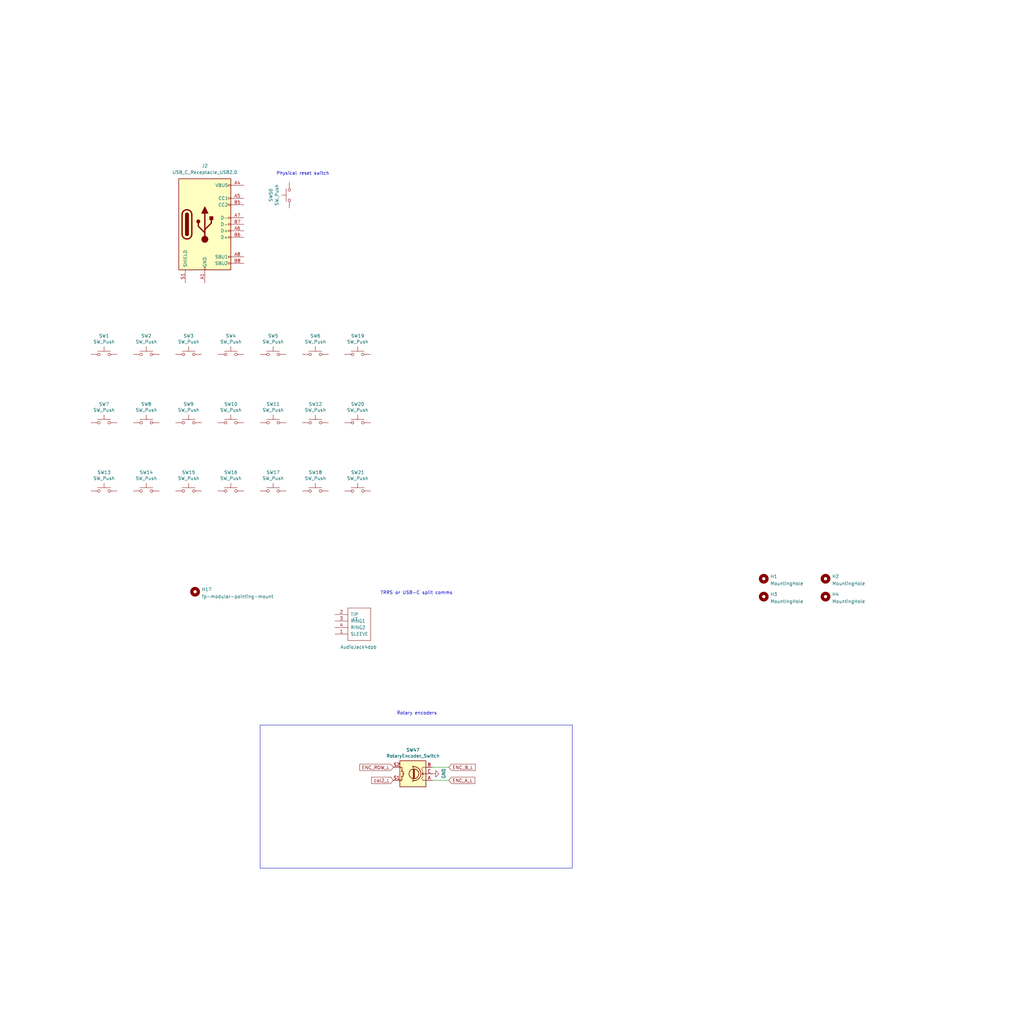
<source format=kicad_sch>
(kicad_sch (version 20230121) (generator eeschema)

  (uuid 61fe293f-6808-4b7f-9340-9aaac7054a97)

  (paper "User" 399.999 399.999)

  (lib_symbols
    (symbol "Connector:USB_C_Receptacle_USB2.0" (pin_names (offset 1.016)) (in_bom yes) (on_board yes)
      (property "Reference" "J" (at -10.16 19.05 0)
        (effects (font (size 1.27 1.27)) (justify left))
      )
      (property "Value" "USB_C_Receptacle_USB2.0" (at 19.05 19.05 0)
        (effects (font (size 1.27 1.27)) (justify right))
      )
      (property "Footprint" "" (at 3.81 0 0)
        (effects (font (size 1.27 1.27)) hide)
      )
      (property "Datasheet" "https://www.usb.org/sites/default/files/documents/usb_type-c.zip" (at 3.81 0 0)
        (effects (font (size 1.27 1.27)) hide)
      )
      (property "ki_keywords" "usb universal serial bus type-C USB2.0" (at 0 0 0)
        (effects (font (size 1.27 1.27)) hide)
      )
      (property "ki_description" "USB 2.0-only Type-C Receptacle connector" (at 0 0 0)
        (effects (font (size 1.27 1.27)) hide)
      )
      (property "ki_fp_filters" "USB*C*Receptacle*" (at 0 0 0)
        (effects (font (size 1.27 1.27)) hide)
      )
      (symbol "USB_C_Receptacle_USB2.0_0_0"
        (rectangle (start -0.254 -17.78) (end 0.254 -16.764)
          (stroke (width 0) (type default))
          (fill (type none))
        )
        (rectangle (start 10.16 -14.986) (end 9.144 -15.494)
          (stroke (width 0) (type default))
          (fill (type none))
        )
        (rectangle (start 10.16 -12.446) (end 9.144 -12.954)
          (stroke (width 0) (type default))
          (fill (type none))
        )
        (rectangle (start 10.16 -4.826) (end 9.144 -5.334)
          (stroke (width 0) (type default))
          (fill (type none))
        )
        (rectangle (start 10.16 -2.286) (end 9.144 -2.794)
          (stroke (width 0) (type default))
          (fill (type none))
        )
        (rectangle (start 10.16 0.254) (end 9.144 -0.254)
          (stroke (width 0) (type default))
          (fill (type none))
        )
        (rectangle (start 10.16 2.794) (end 9.144 2.286)
          (stroke (width 0) (type default))
          (fill (type none))
        )
        (rectangle (start 10.16 7.874) (end 9.144 7.366)
          (stroke (width 0) (type default))
          (fill (type none))
        )
        (rectangle (start 10.16 10.414) (end 9.144 9.906)
          (stroke (width 0) (type default))
          (fill (type none))
        )
        (rectangle (start 10.16 15.494) (end 9.144 14.986)
          (stroke (width 0) (type default))
          (fill (type none))
        )
      )
      (symbol "USB_C_Receptacle_USB2.0_0_1"
        (rectangle (start -10.16 17.78) (end 10.16 -17.78)
          (stroke (width 0.254) (type default))
          (fill (type background))
        )
        (arc (start -8.89 -3.81) (mid -6.985 -5.7067) (end -5.08 -3.81)
          (stroke (width 0.508) (type default))
          (fill (type none))
        )
        (arc (start -7.62 -3.81) (mid -6.985 -4.4423) (end -6.35 -3.81)
          (stroke (width 0.254) (type default))
          (fill (type none))
        )
        (arc (start -7.62 -3.81) (mid -6.985 -4.4423) (end -6.35 -3.81)
          (stroke (width 0.254) (type default))
          (fill (type outline))
        )
        (rectangle (start -7.62 -3.81) (end -6.35 3.81)
          (stroke (width 0.254) (type default))
          (fill (type outline))
        )
        (arc (start -6.35 3.81) (mid -6.985 4.4423) (end -7.62 3.81)
          (stroke (width 0.254) (type default))
          (fill (type none))
        )
        (arc (start -6.35 3.81) (mid -6.985 4.4423) (end -7.62 3.81)
          (stroke (width 0.254) (type default))
          (fill (type outline))
        )
        (arc (start -5.08 3.81) (mid -6.985 5.7067) (end -8.89 3.81)
          (stroke (width 0.508) (type default))
          (fill (type none))
        )
        (circle (center -2.54 1.143) (radius 0.635)
          (stroke (width 0.254) (type default))
          (fill (type outline))
        )
        (circle (center 0 -5.842) (radius 1.27)
          (stroke (width 0) (type default))
          (fill (type outline))
        )
        (polyline
          (pts
            (xy -8.89 -3.81)
            (xy -8.89 3.81)
          )
          (stroke (width 0.508) (type default))
          (fill (type none))
        )
        (polyline
          (pts
            (xy -5.08 3.81)
            (xy -5.08 -3.81)
          )
          (stroke (width 0.508) (type default))
          (fill (type none))
        )
        (polyline
          (pts
            (xy 0 -5.842)
            (xy 0 4.318)
          )
          (stroke (width 0.508) (type default))
          (fill (type none))
        )
        (polyline
          (pts
            (xy 0 -3.302)
            (xy -2.54 -0.762)
            (xy -2.54 0.508)
          )
          (stroke (width 0.508) (type default))
          (fill (type none))
        )
        (polyline
          (pts
            (xy 0 -2.032)
            (xy 2.54 0.508)
            (xy 2.54 1.778)
          )
          (stroke (width 0.508) (type default))
          (fill (type none))
        )
        (polyline
          (pts
            (xy -1.27 4.318)
            (xy 0 6.858)
            (xy 1.27 4.318)
            (xy -1.27 4.318)
          )
          (stroke (width 0.254) (type default))
          (fill (type outline))
        )
        (rectangle (start 1.905 1.778) (end 3.175 3.048)
          (stroke (width 0.254) (type default))
          (fill (type outline))
        )
      )
      (symbol "USB_C_Receptacle_USB2.0_1_1"
        (pin passive line (at 0 -22.86 90) (length 5.08)
          (name "GND" (effects (font (size 1.27 1.27))))
          (number "A1" (effects (font (size 1.27 1.27))))
        )
        (pin passive line (at 0 -22.86 90) (length 5.08) hide
          (name "GND" (effects (font (size 1.27 1.27))))
          (number "A12" (effects (font (size 1.27 1.27))))
        )
        (pin passive line (at 15.24 15.24 180) (length 5.08)
          (name "VBUS" (effects (font (size 1.27 1.27))))
          (number "A4" (effects (font (size 1.27 1.27))))
        )
        (pin bidirectional line (at 15.24 10.16 180) (length 5.08)
          (name "CC1" (effects (font (size 1.27 1.27))))
          (number "A5" (effects (font (size 1.27 1.27))))
        )
        (pin bidirectional line (at 15.24 -2.54 180) (length 5.08)
          (name "D+" (effects (font (size 1.27 1.27))))
          (number "A6" (effects (font (size 1.27 1.27))))
        )
        (pin bidirectional line (at 15.24 2.54 180) (length 5.08)
          (name "D-" (effects (font (size 1.27 1.27))))
          (number "A7" (effects (font (size 1.27 1.27))))
        )
        (pin bidirectional line (at 15.24 -12.7 180) (length 5.08)
          (name "SBU1" (effects (font (size 1.27 1.27))))
          (number "A8" (effects (font (size 1.27 1.27))))
        )
        (pin passive line (at 15.24 15.24 180) (length 5.08) hide
          (name "VBUS" (effects (font (size 1.27 1.27))))
          (number "A9" (effects (font (size 1.27 1.27))))
        )
        (pin passive line (at 0 -22.86 90) (length 5.08) hide
          (name "GND" (effects (font (size 1.27 1.27))))
          (number "B1" (effects (font (size 1.27 1.27))))
        )
        (pin passive line (at 0 -22.86 90) (length 5.08) hide
          (name "GND" (effects (font (size 1.27 1.27))))
          (number "B12" (effects (font (size 1.27 1.27))))
        )
        (pin passive line (at 15.24 15.24 180) (length 5.08) hide
          (name "VBUS" (effects (font (size 1.27 1.27))))
          (number "B4" (effects (font (size 1.27 1.27))))
        )
        (pin bidirectional line (at 15.24 7.62 180) (length 5.08)
          (name "CC2" (effects (font (size 1.27 1.27))))
          (number "B5" (effects (font (size 1.27 1.27))))
        )
        (pin bidirectional line (at 15.24 -5.08 180) (length 5.08)
          (name "D+" (effects (font (size 1.27 1.27))))
          (number "B6" (effects (font (size 1.27 1.27))))
        )
        (pin bidirectional line (at 15.24 0 180) (length 5.08)
          (name "D-" (effects (font (size 1.27 1.27))))
          (number "B7" (effects (font (size 1.27 1.27))))
        )
        (pin bidirectional line (at 15.24 -15.24 180) (length 5.08)
          (name "SBU2" (effects (font (size 1.27 1.27))))
          (number "B8" (effects (font (size 1.27 1.27))))
        )
        (pin passive line (at 15.24 15.24 180) (length 5.08) hide
          (name "VBUS" (effects (font (size 1.27 1.27))))
          (number "B9" (effects (font (size 1.27 1.27))))
        )
        (pin passive line (at -7.62 -22.86 90) (length 5.08)
          (name "SHIELD" (effects (font (size 1.27 1.27))))
          (number "S1" (effects (font (size 1.27 1.27))))
        )
      )
    )
    (symbol "Mechanical:MountingHole" (pin_names (offset 1.016)) (in_bom yes) (on_board yes)
      (property "Reference" "H" (at 0 5.08 0)
        (effects (font (size 1.27 1.27)))
      )
      (property "Value" "MountingHole" (at 0 3.175 0)
        (effects (font (size 1.27 1.27)))
      )
      (property "Footprint" "" (at 0 0 0)
        (effects (font (size 1.27 1.27)) hide)
      )
      (property "Datasheet" "~" (at 0 0 0)
        (effects (font (size 1.27 1.27)) hide)
      )
      (property "ki_keywords" "mounting hole" (at 0 0 0)
        (effects (font (size 1.27 1.27)) hide)
      )
      (property "ki_description" "Mounting Hole without connection" (at 0 0 0)
        (effects (font (size 1.27 1.27)) hide)
      )
      (property "ki_fp_filters" "MountingHole*" (at 0 0 0)
        (effects (font (size 1.27 1.27)) hide)
      )
      (symbol "MountingHole_0_1"
        (circle (center 0 0) (radius 1.27)
          (stroke (width 1.27) (type default))
          (fill (type none))
        )
      )
    )
    (symbol "Switch:SW_Push" (pin_numbers hide) (pin_names (offset 1.016) hide) (in_bom yes) (on_board yes)
      (property "Reference" "SW" (at 1.27 2.54 0)
        (effects (font (size 1.27 1.27)) (justify left))
      )
      (property "Value" "SW_Push" (at 0 -1.524 0)
        (effects (font (size 1.27 1.27)))
      )
      (property "Footprint" "" (at 0 5.08 0)
        (effects (font (size 1.27 1.27)) hide)
      )
      (property "Datasheet" "~" (at 0 5.08 0)
        (effects (font (size 1.27 1.27)) hide)
      )
      (property "ki_keywords" "switch normally-open pushbutton push-button" (at 0 0 0)
        (effects (font (size 1.27 1.27)) hide)
      )
      (property "ki_description" "Push button switch, generic, two pins" (at 0 0 0)
        (effects (font (size 1.27 1.27)) hide)
      )
      (symbol "SW_Push_0_1"
        (circle (center -2.032 0) (radius 0.508)
          (stroke (width 0) (type default))
          (fill (type none))
        )
        (polyline
          (pts
            (xy 0 1.27)
            (xy 0 3.048)
          )
          (stroke (width 0) (type default))
          (fill (type none))
        )
        (polyline
          (pts
            (xy 2.54 1.27)
            (xy -2.54 1.27)
          )
          (stroke (width 0) (type default))
          (fill (type none))
        )
        (circle (center 2.032 0) (radius 0.508)
          (stroke (width 0) (type default))
          (fill (type none))
        )
        (pin passive line (at -5.08 0 0) (length 2.54)
          (name "1" (effects (font (size 1.27 1.27))))
          (number "1" (effects (font (size 1.27 1.27))))
        )
        (pin passive line (at 5.08 0 180) (length 2.54)
          (name "2" (effects (font (size 1.27 1.27))))
          (number "2" (effects (font (size 1.27 1.27))))
        )
      )
    )
    (symbol "ffkb-rescue:RotaryEncoder_Switch-Device" (pin_names (offset 0.254) hide) (in_bom yes) (on_board yes)
      (property "Reference" "SW" (at 0 6.604 0)
        (effects (font (size 1.27 1.27)))
      )
      (property "Value" "RotaryEncoder_Switch-Device" (at 0 -6.604 0)
        (effects (font (size 1.27 1.27)))
      )
      (property "Footprint" "" (at -3.81 4.064 0)
        (effects (font (size 1.27 1.27)) hide)
      )
      (property "Datasheet" "" (at 0 6.604 0)
        (effects (font (size 1.27 1.27)) hide)
      )
      (property "ki_fp_filters" "RotaryEncoder*Switch*" (at 0 0 0)
        (effects (font (size 1.27 1.27)) hide)
      )
      (symbol "RotaryEncoder_Switch-Device_0_1"
        (rectangle (start -5.08 5.08) (end 5.08 -5.08)
          (stroke (width 0.254) (type default))
          (fill (type background))
        )
        (circle (center -3.81 0) (radius 0.254)
          (stroke (width 0) (type default))
          (fill (type outline))
        )
        (circle (center -0.381 0) (radius 1.905)
          (stroke (width 0.254) (type default))
          (fill (type none))
        )
        (arc (start -0.381 2.667) (mid -3.0988 -0.0635) (end -0.381 -2.794)
          (stroke (width 0.254) (type default))
          (fill (type none))
        )
        (polyline
          (pts
            (xy -0.635 -1.778)
            (xy -0.635 1.778)
          )
          (stroke (width 0.254) (type default))
          (fill (type none))
        )
        (polyline
          (pts
            (xy -0.381 -1.778)
            (xy -0.381 1.778)
          )
          (stroke (width 0.254) (type default))
          (fill (type none))
        )
        (polyline
          (pts
            (xy -0.127 1.778)
            (xy -0.127 -1.778)
          )
          (stroke (width 0.254) (type default))
          (fill (type none))
        )
        (polyline
          (pts
            (xy 3.81 0)
            (xy 3.429 0)
          )
          (stroke (width 0.254) (type default))
          (fill (type none))
        )
        (polyline
          (pts
            (xy 3.81 1.016)
            (xy 3.81 -1.016)
          )
          (stroke (width 0.254) (type default))
          (fill (type none))
        )
        (polyline
          (pts
            (xy -5.08 -2.54)
            (xy -3.81 -2.54)
            (xy -3.81 -2.032)
          )
          (stroke (width 0) (type default))
          (fill (type none))
        )
        (polyline
          (pts
            (xy -5.08 2.54)
            (xy -3.81 2.54)
            (xy -3.81 2.032)
          )
          (stroke (width 0) (type default))
          (fill (type none))
        )
        (polyline
          (pts
            (xy 0.254 -3.048)
            (xy -0.508 -2.794)
            (xy 0.127 -2.413)
          )
          (stroke (width 0.254) (type default))
          (fill (type none))
        )
        (polyline
          (pts
            (xy 0.254 2.921)
            (xy -0.508 2.667)
            (xy 0.127 2.286)
          )
          (stroke (width 0.254) (type default))
          (fill (type none))
        )
        (polyline
          (pts
            (xy 5.08 -2.54)
            (xy 4.318 -2.54)
            (xy 4.318 -1.016)
          )
          (stroke (width 0.254) (type default))
          (fill (type none))
        )
        (polyline
          (pts
            (xy 5.08 2.54)
            (xy 4.318 2.54)
            (xy 4.318 1.016)
          )
          (stroke (width 0.254) (type default))
          (fill (type none))
        )
        (polyline
          (pts
            (xy -5.08 0)
            (xy -3.81 0)
            (xy -3.81 -1.016)
            (xy -3.302 -2.032)
          )
          (stroke (width 0) (type default))
          (fill (type none))
        )
        (polyline
          (pts
            (xy -4.318 0)
            (xy -3.81 0)
            (xy -3.81 1.016)
            (xy -3.302 2.032)
          )
          (stroke (width 0) (type default))
          (fill (type none))
        )
        (circle (center 4.318 -1.016) (radius 0.127)
          (stroke (width 0.254) (type default))
          (fill (type none))
        )
        (circle (center 4.318 1.016) (radius 0.127)
          (stroke (width 0.254) (type default))
          (fill (type none))
        )
      )
      (symbol "RotaryEncoder_Switch-Device_1_1"
        (pin passive line (at -7.62 2.54 0) (length 2.54)
          (name "A" (effects (font (size 1.27 1.27))))
          (number "A" (effects (font (size 1.27 1.27))))
        )
        (pin passive line (at -7.62 -2.54 0) (length 2.54)
          (name "B" (effects (font (size 1.27 1.27))))
          (number "B" (effects (font (size 1.27 1.27))))
        )
        (pin passive line (at -7.62 0 0) (length 2.54)
          (name "C" (effects (font (size 1.27 1.27))))
          (number "C" (effects (font (size 1.27 1.27))))
        )
        (pin passive line (at 7.62 2.54 180) (length 2.54)
          (name "S1" (effects (font (size 1.27 1.27))))
          (number "S1" (effects (font (size 1.27 1.27))))
        )
        (pin passive line (at 7.62 -2.54 180) (length 2.54)
          (name "S2" (effects (font (size 1.27 1.27))))
          (number "S2" (effects (font (size 1.27 1.27))))
        )
      )
    )
    (symbol "keebio:TRRS" (pin_names (offset 1.016)) (in_bom yes) (on_board yes)
      (property "Reference" "U" (at 0 15.24 0)
        (effects (font (size 1.524 1.524)))
      )
      (property "Value" "TRRS" (at 0 -2.54 0)
        (effects (font (size 1.524 1.524)))
      )
      (property "Footprint" "" (at 3.81 0 0)
        (effects (font (size 1.524 1.524)) hide)
      )
      (property "Datasheet" "" (at 3.81 0 0)
        (effects (font (size 1.524 1.524)) hide)
      )
      (symbol "TRRS_0_1"
        (rectangle (start -3.81 0) (end -3.81 12.7)
          (stroke (width 0) (type default))
          (fill (type none))
        )
        (rectangle (start -3.81 12.7) (end 5.08 12.7)
          (stroke (width 0) (type default))
          (fill (type none))
        )
        (rectangle (start 5.08 0) (end -3.81 0)
          (stroke (width 0) (type default))
          (fill (type none))
        )
        (rectangle (start 5.08 12.7) (end 5.08 0)
          (stroke (width 0) (type default))
          (fill (type none))
        )
      )
      (symbol "TRRS_1_1"
        (pin input line (at -8.89 2.54 0) (length 5.08)
          (name "SLEEVE" (effects (font (size 1.27 1.27))))
          (number "1" (effects (font (size 1.27 1.27))))
        )
        (pin input line (at -8.89 10.16 0) (length 5.08)
          (name "TIP" (effects (font (size 1.27 1.27))))
          (number "2" (effects (font (size 1.27 1.27))))
        )
        (pin input line (at -8.89 7.62 0) (length 5.08)
          (name "RING1" (effects (font (size 1.27 1.27))))
          (number "3" (effects (font (size 1.27 1.27))))
        )
        (pin input line (at -8.89 5.08 0) (length 5.08)
          (name "RING2" (effects (font (size 1.27 1.27))))
          (number "4" (effects (font (size 1.27 1.27))))
        )
      )
    )
    (symbol "power:GND" (power) (pin_names (offset 0)) (in_bom yes) (on_board yes)
      (property "Reference" "#PWR" (at 0 -6.35 0)
        (effects (font (size 1.27 1.27)) hide)
      )
      (property "Value" "GND" (at 0 -3.81 0)
        (effects (font (size 1.27 1.27)))
      )
      (property "Footprint" "" (at 0 0 0)
        (effects (font (size 1.27 1.27)) hide)
      )
      (property "Datasheet" "" (at 0 0 0)
        (effects (font (size 1.27 1.27)) hide)
      )
      (property "ki_keywords" "power-flag" (at 0 0 0)
        (effects (font (size 1.27 1.27)) hide)
      )
      (property "ki_description" "Power symbol creates a global label with name \"GND\" , ground" (at 0 0 0)
        (effects (font (size 1.27 1.27)) hide)
      )
      (symbol "GND_0_1"
        (polyline
          (pts
            (xy 0 0)
            (xy 0 -1.27)
            (xy 1.27 -1.27)
            (xy 0 -2.54)
            (xy -1.27 -1.27)
            (xy 0 -1.27)
          )
          (stroke (width 0) (type default))
          (fill (type none))
        )
      )
      (symbol "GND_1_1"
        (pin power_in line (at 0 0 270) (length 0) hide
          (name "GND" (effects (font (size 1.27 1.27))))
          (number "1" (effects (font (size 1.27 1.27))))
        )
      )
    )
  )


  (polyline (pts (xy 223.52 339.09) (xy 223.52 283.21))
    (stroke (width 0) (type default))
    (uuid 41e362e1-f999-4b83-9641-448052b4ebe8)
  )
  (polyline (pts (xy 223.52 283.21) (xy 101.6 283.21))
    (stroke (width 0) (type default))
    (uuid 540dbb06-caf6-4dfe-abd7-cda33e75c9ae)
  )
  (polyline (pts (xy 101.6 339.09) (xy 223.52 339.09))
    (stroke (width 0) (type default))
    (uuid 7e543aee-2c59-45a2-b035-137f47666ff2)
  )
  (polyline (pts (xy 101.6 283.21) (xy 101.6 339.09))
    (stroke (width 0) (type default))
    (uuid dc211077-f013-4a6f-84c1-d6ee5b5bed9e)
  )

  (wire (pts (xy 168.91 299.72) (xy 175.26 299.72))
    (stroke (width 0) (type default))
    (uuid ec19e519-279b-4d08-8288-be58fe8a8d44)
  )
  (wire (pts (xy 168.91 304.8) (xy 175.26 304.8))
    (stroke (width 0) (type default))
    (uuid f5f503b5-f93a-4eb0-a9b7-af9692dd025f)
  )

  (text "Rotary encoders" (at 154.94 279.4 0)
    (effects (font (size 1.27 1.27)) (justify left bottom))
    (uuid 0dade29c-aecc-4c97-9e20-132ddba641ee)
  )
  (text "Physical reset switch" (at 107.95 68.58 0)
    (effects (font (size 1.27 1.27)) (justify left bottom))
    (uuid 636404ce-de6c-4052-9e31-1223fc69433c)
  )
  (text "TRRS or USB-C split comms" (at 148.59 232.41 0)
    (effects (font (size 1.27 1.27)) (justify left bottom))
    (uuid be9519a5-57cb-406c-92b0-68e5e3d8c624)
  )

  (global_label "col2_L" (shape input) (at 153.67 304.8 180) (fields_autoplaced)
    (effects (font (size 1.27 1.27)) (justify right))
    (uuid 40ffcf43-8676-4ace-9bdb-371af15cccca)
    (property "Intersheetrefs" "${INTERSHEET_REFS}" (at 145.2377 304.8794 0)
      (effects (font (size 1.27 1.27)) (justify right) hide)
    )
  )
  (global_label "ENC_A_L" (shape input) (at 175.26 304.8 0) (fields_autoplaced)
    (effects (font (size 1.27 1.27)) (justify left))
    (uuid 684b317f-96b2-4563-94b7-a9f9dbce19d3)
    (property "Intersheetrefs" "${INTERSHEET_REFS}" (at 185.3856 304.7206 0)
      (effects (font (size 1.27 1.27)) (justify left) hide)
    )
  )
  (global_label "ENC_ROW_L" (shape input) (at 153.67 299.72 180) (fields_autoplaced)
    (effects (font (size 1.27 1.27)) (justify right))
    (uuid dfe6c11e-acd8-45c9-8af6-9efa9ad526f6)
    (property "Intersheetrefs" "${INTERSHEET_REFS}" (at 140.581 299.6406 0)
      (effects (font (size 1.27 1.27)) (justify right) hide)
    )
  )
  (global_label "ENC_B_L" (shape input) (at 175.26 299.72 0) (fields_autoplaced)
    (effects (font (size 1.27 1.27)) (justify left))
    (uuid fc4ead07-2c75-4f81-b5b2-9b940d5c0fbf)
    (property "Intersheetrefs" "${INTERSHEET_REFS}" (at 185.5671 299.6406 0)
      (effects (font (size 1.27 1.27)) (justify left) hide)
    )
  )

  (symbol (lib_id "Switch:SW_Push") (at 57.15 138.43 0) (unit 1)
    (in_bom yes) (on_board yes) (dnp no)
    (uuid 00000000-0000-0000-0000-000060ed53a1)
    (property "Reference" "SW2" (at 57.15 131.191 0)
      (effects (font (size 1.27 1.27)))
    )
    (property "Value" "SW_Push" (at 57.15 133.5024 0)
      (effects (font (size 1.27 1.27)))
    )
    (property "Footprint" "fingerpunch-plates:switch-cutout-mx" (at 57.15 133.35 0)
      (effects (font (size 1.27 1.27)) hide)
    )
    (property "Datasheet" "~" (at 57.15 133.35 0)
      (effects (font (size 1.27 1.27)) hide)
    )
    (pin "1" (uuid d9d563e7-1a6a-4799-a2f3-85a99db9a544))
    (pin "2" (uuid ff24373c-2038-4f59-9f8c-0503525a62b7))
    (instances
      (project "ximi-plates-trackball"
        (path "/61fe293f-6808-4b7f-9340-9aaac7054a97"
          (reference "SW2") (unit 1)
        )
      )
    )
  )

  (symbol (lib_id "Switch:SW_Push") (at 73.66 138.43 0) (unit 1)
    (in_bom yes) (on_board yes) (dnp no)
    (uuid 00000000-0000-0000-0000-000060ee975d)
    (property "Reference" "SW3" (at 73.66 131.191 0)
      (effects (font (size 1.27 1.27)))
    )
    (property "Value" "SW_Push" (at 73.66 133.5024 0)
      (effects (font (size 1.27 1.27)))
    )
    (property "Footprint" "fingerpunch-plates:switch-cutout-mx" (at 73.66 133.35 0)
      (effects (font (size 1.27 1.27)) hide)
    )
    (property "Datasheet" "~" (at 73.66 133.35 0)
      (effects (font (size 1.27 1.27)) hide)
    )
    (pin "1" (uuid 952eb6d2-2954-4111-a5a8-f0a4d5f90c38))
    (pin "2" (uuid b80eaa86-2010-44e1-a77e-325d4cca16f7))
    (instances
      (project "ximi-plates-trackball"
        (path "/61fe293f-6808-4b7f-9340-9aaac7054a97"
          (reference "SW3") (unit 1)
        )
      )
    )
  )

  (symbol (lib_id "Switch:SW_Push") (at 90.17 138.43 0) (unit 1)
    (in_bom yes) (on_board yes) (dnp no)
    (uuid 00000000-0000-0000-0000-000060eed265)
    (property "Reference" "SW4" (at 90.17 131.191 0)
      (effects (font (size 1.27 1.27)))
    )
    (property "Value" "SW_Push" (at 90.17 133.5024 0)
      (effects (font (size 1.27 1.27)))
    )
    (property "Footprint" "fingerpunch-plates:switch-cutout-mx" (at 90.17 133.35 0)
      (effects (font (size 1.27 1.27)) hide)
    )
    (property "Datasheet" "~" (at 90.17 133.35 0)
      (effects (font (size 1.27 1.27)) hide)
    )
    (pin "1" (uuid 00dcf642-2107-4639-8754-6e915c1b9aa8))
    (pin "2" (uuid 33f5878c-5246-435a-be5b-77cb5fb58e5e))
    (instances
      (project "ximi-plates-trackball"
        (path "/61fe293f-6808-4b7f-9340-9aaac7054a97"
          (reference "SW4") (unit 1)
        )
      )
    )
  )

  (symbol (lib_id "Switch:SW_Push") (at 106.68 138.43 0) (unit 1)
    (in_bom yes) (on_board yes) (dnp no)
    (uuid 00000000-0000-0000-0000-000060eed275)
    (property "Reference" "SW5" (at 106.68 131.191 0)
      (effects (font (size 1.27 1.27)))
    )
    (property "Value" "SW_Push" (at 106.68 133.5024 0)
      (effects (font (size 1.27 1.27)))
    )
    (property "Footprint" "fingerpunch-plates:switch-cutout-mx" (at 106.68 133.35 0)
      (effects (font (size 1.27 1.27)) hide)
    )
    (property "Datasheet" "~" (at 106.68 133.35 0)
      (effects (font (size 1.27 1.27)) hide)
    )
    (pin "1" (uuid ceded776-8101-4dc2-bf0c-c68067368bff))
    (pin "2" (uuid d8735775-66e9-48f1-ad25-a0cb7a5ab2e7))
    (instances
      (project "ximi-plates-trackball"
        (path "/61fe293f-6808-4b7f-9340-9aaac7054a97"
          (reference "SW5") (unit 1)
        )
      )
    )
  )

  (symbol (lib_id "Switch:SW_Push") (at 123.19 138.43 0) (unit 1)
    (in_bom yes) (on_board yes) (dnp no)
    (uuid 00000000-0000-0000-0000-000060ef09f2)
    (property "Reference" "SW6" (at 123.19 131.191 0)
      (effects (font (size 1.27 1.27)))
    )
    (property "Value" "SW_Push" (at 123.19 133.5024 0)
      (effects (font (size 1.27 1.27)))
    )
    (property "Footprint" "fingerpunch-plates:switch-cutout-mx" (at 123.19 133.35 0)
      (effects (font (size 1.27 1.27)) hide)
    )
    (property "Datasheet" "~" (at 123.19 133.35 0)
      (effects (font (size 1.27 1.27)) hide)
    )
    (pin "1" (uuid d2312d0b-83c5-4de4-8a71-5555bab4aa14))
    (pin "2" (uuid a02abe2f-a70b-4da2-9984-7202e6cddfd0))
    (instances
      (project "ximi-plates-trackball"
        (path "/61fe293f-6808-4b7f-9340-9aaac7054a97"
          (reference "SW6") (unit 1)
        )
      )
    )
  )

  (symbol (lib_id "Switch:SW_Push") (at 139.7 138.43 0) (unit 1)
    (in_bom yes) (on_board yes) (dnp no)
    (uuid 00000000-0000-0000-0000-000060ef0a02)
    (property "Reference" "SW19" (at 139.7 131.191 0)
      (effects (font (size 1.27 1.27)))
    )
    (property "Value" "SW_Push" (at 139.7 133.5024 0)
      (effects (font (size 1.27 1.27)))
    )
    (property "Footprint" "fingerpunch-plates:switch-cutout-mx" (at 139.7 133.35 0)
      (effects (font (size 1.27 1.27)) hide)
    )
    (property "Datasheet" "~" (at 139.7 133.35 0)
      (effects (font (size 1.27 1.27)) hide)
    )
    (pin "1" (uuid 61cedf16-9450-4fff-8022-dc881e9dd40d))
    (pin "2" (uuid a5c72095-2fa8-45cf-ba49-f89bd3f05498))
    (instances
      (project "ximi-plates-trackball"
        (path "/61fe293f-6808-4b7f-9340-9aaac7054a97"
          (reference "SW19") (unit 1)
        )
      )
    )
  )

  (symbol (lib_id "Switch:SW_Push") (at 57.15 165.1 0) (unit 1)
    (in_bom yes) (on_board yes) (dnp no)
    (uuid 00000000-0000-0000-0000-000060ef4e18)
    (property "Reference" "SW8" (at 57.15 157.861 0)
      (effects (font (size 1.27 1.27)))
    )
    (property "Value" "SW_Push" (at 57.15 160.1724 0)
      (effects (font (size 1.27 1.27)))
    )
    (property "Footprint" "fingerpunch-plates:switch-cutout-mx" (at 57.15 160.02 0)
      (effects (font (size 1.27 1.27)) hide)
    )
    (property "Datasheet" "~" (at 57.15 160.02 0)
      (effects (font (size 1.27 1.27)) hide)
    )
    (pin "1" (uuid fd6c9792-9fbd-461e-8c10-40765aa8fc1a))
    (pin "2" (uuid 4dc172c9-8d82-488c-a618-cabc47686492))
    (instances
      (project "ximi-plates-trackball"
        (path "/61fe293f-6808-4b7f-9340-9aaac7054a97"
          (reference "SW8") (unit 1)
        )
      )
    )
  )

  (symbol (lib_id "Switch:SW_Push") (at 73.66 165.1 0) (unit 1)
    (in_bom yes) (on_board yes) (dnp no)
    (uuid 00000000-0000-0000-0000-000060ef4e28)
    (property "Reference" "SW9" (at 73.66 157.861 0)
      (effects (font (size 1.27 1.27)))
    )
    (property "Value" "SW_Push" (at 73.66 160.1724 0)
      (effects (font (size 1.27 1.27)))
    )
    (property "Footprint" "fingerpunch-plates:switch-cutout-mx" (at 73.66 160.02 0)
      (effects (font (size 1.27 1.27)) hide)
    )
    (property "Datasheet" "~" (at 73.66 160.02 0)
      (effects (font (size 1.27 1.27)) hide)
    )
    (pin "1" (uuid 83f398ab-4539-47c5-b26a-93ca54378770))
    (pin "2" (uuid a218eb0a-a093-4d2d-bf68-3e0c486b09f2))
    (instances
      (project "ximi-plates-trackball"
        (path "/61fe293f-6808-4b7f-9340-9aaac7054a97"
          (reference "SW9") (unit 1)
        )
      )
    )
  )

  (symbol (lib_id "Switch:SW_Push") (at 90.17 165.1 0) (unit 1)
    (in_bom yes) (on_board yes) (dnp no)
    (uuid 00000000-0000-0000-0000-000060ef914b)
    (property "Reference" "SW10" (at 90.17 157.861 0)
      (effects (font (size 1.27 1.27)))
    )
    (property "Value" "SW_Push" (at 90.17 160.1724 0)
      (effects (font (size 1.27 1.27)))
    )
    (property "Footprint" "fingerpunch-plates:switch-cutout-mx" (at 90.17 160.02 0)
      (effects (font (size 1.27 1.27)) hide)
    )
    (property "Datasheet" "~" (at 90.17 160.02 0)
      (effects (font (size 1.27 1.27)) hide)
    )
    (pin "1" (uuid 868912b0-f8d9-4aad-90dc-8a4849207863))
    (pin "2" (uuid 8a505398-540e-46de-a991-856521182072))
    (instances
      (project "ximi-plates-trackball"
        (path "/61fe293f-6808-4b7f-9340-9aaac7054a97"
          (reference "SW10") (unit 1)
        )
      )
    )
  )

  (symbol (lib_id "Switch:SW_Push") (at 106.68 165.1 0) (unit 1)
    (in_bom yes) (on_board yes) (dnp no)
    (uuid 00000000-0000-0000-0000-000060ef915b)
    (property "Reference" "SW11" (at 106.68 157.861 0)
      (effects (font (size 1.27 1.27)))
    )
    (property "Value" "SW_Push" (at 106.68 160.1724 0)
      (effects (font (size 1.27 1.27)))
    )
    (property "Footprint" "fingerpunch-plates:switch-cutout-mx" (at 106.68 160.02 0)
      (effects (font (size 1.27 1.27)) hide)
    )
    (property "Datasheet" "~" (at 106.68 160.02 0)
      (effects (font (size 1.27 1.27)) hide)
    )
    (pin "1" (uuid fa42807d-0c15-4036-8b55-a76fa1c09146))
    (pin "2" (uuid 0e89514b-5a61-4aea-a61a-056b3205af2f))
    (instances
      (project "ximi-plates-trackball"
        (path "/61fe293f-6808-4b7f-9340-9aaac7054a97"
          (reference "SW11") (unit 1)
        )
      )
    )
  )

  (symbol (lib_id "Switch:SW_Push") (at 123.19 165.1 0) (unit 1)
    (in_bom yes) (on_board yes) (dnp no)
    (uuid 00000000-0000-0000-0000-000060efe98f)
    (property "Reference" "SW12" (at 123.19 157.861 0)
      (effects (font (size 1.27 1.27)))
    )
    (property "Value" "SW_Push" (at 123.19 160.1724 0)
      (effects (font (size 1.27 1.27)))
    )
    (property "Footprint" "fingerpunch-plates:switch-cutout-mx" (at 123.19 160.02 0)
      (effects (font (size 1.27 1.27)) hide)
    )
    (property "Datasheet" "~" (at 123.19 160.02 0)
      (effects (font (size 1.27 1.27)) hide)
    )
    (pin "1" (uuid 1cde62e2-a133-4b92-8538-a7292a812f08))
    (pin "2" (uuid ae91ad65-c9c5-4483-91e5-d32d6ba8a04c))
    (instances
      (project "ximi-plates-trackball"
        (path "/61fe293f-6808-4b7f-9340-9aaac7054a97"
          (reference "SW12") (unit 1)
        )
      )
    )
  )

  (symbol (lib_id "Switch:SW_Push") (at 139.7 191.77 0) (unit 1)
    (in_bom yes) (on_board yes) (dnp no)
    (uuid 00000000-0000-0000-0000-000060efe99f)
    (property "Reference" "SW21" (at 139.7 184.531 0)
      (effects (font (size 1.27 1.27)))
    )
    (property "Value" "SW_Push" (at 139.7 186.8424 0)
      (effects (font (size 1.27 1.27)))
    )
    (property "Footprint" "fingerpunch-plates:switch-cutout-mx" (at 139.7 186.69 0)
      (effects (font (size 1.27 1.27)) hide)
    )
    (property "Datasheet" "~" (at 139.7 186.69 0)
      (effects (font (size 1.27 1.27)) hide)
    )
    (pin "1" (uuid debe5b34-8d5e-4674-b56d-60c671acdebd))
    (pin "2" (uuid 07fa7ddb-4cb4-434a-b00c-5858d217f21d))
    (instances
      (project "ximi-plates-trackball"
        (path "/61fe293f-6808-4b7f-9340-9aaac7054a97"
          (reference "SW21") (unit 1)
        )
      )
    )
  )

  (symbol (lib_id "Switch:SW_Push") (at 57.15 191.77 0) (unit 1)
    (in_bom yes) (on_board yes) (dnp no)
    (uuid 00000000-0000-0000-0000-000060f037b7)
    (property "Reference" "SW14" (at 57.15 184.531 0)
      (effects (font (size 1.27 1.27)))
    )
    (property "Value" "SW_Push" (at 57.15 186.8424 0)
      (effects (font (size 1.27 1.27)))
    )
    (property "Footprint" "fingerpunch-plates:switch-cutout-mx" (at 57.15 186.69 0)
      (effects (font (size 1.27 1.27)) hide)
    )
    (property "Datasheet" "~" (at 57.15 186.69 0)
      (effects (font (size 1.27 1.27)) hide)
    )
    (pin "1" (uuid 58901d3c-983a-4aaa-aaf6-d3db52d0efa8))
    (pin "2" (uuid 250d4f0d-e87a-4d97-a116-bcd7cc7a08cb))
    (instances
      (project "ximi-plates-trackball"
        (path "/61fe293f-6808-4b7f-9340-9aaac7054a97"
          (reference "SW14") (unit 1)
        )
      )
    )
  )

  (symbol (lib_id "Switch:SW_Push") (at 73.66 191.77 0) (unit 1)
    (in_bom yes) (on_board yes) (dnp no)
    (uuid 00000000-0000-0000-0000-000060f037c7)
    (property "Reference" "SW15" (at 73.66 184.531 0)
      (effects (font (size 1.27 1.27)))
    )
    (property "Value" "SW_Push" (at 73.66 186.8424 0)
      (effects (font (size 1.27 1.27)))
    )
    (property "Footprint" "fingerpunch-plates:switch-cutout-mx" (at 73.66 186.69 0)
      (effects (font (size 1.27 1.27)) hide)
    )
    (property "Datasheet" "~" (at 73.66 186.69 0)
      (effects (font (size 1.27 1.27)) hide)
    )
    (pin "1" (uuid 5a780693-61fc-4761-9222-04a74a231d69))
    (pin "2" (uuid ece57487-be6d-4560-914c-432dd6fb27a0))
    (instances
      (project "ximi-plates-trackball"
        (path "/61fe293f-6808-4b7f-9340-9aaac7054a97"
          (reference "SW15") (unit 1)
        )
      )
    )
  )

  (symbol (lib_id "Switch:SW_Push") (at 90.17 191.77 0) (unit 1)
    (in_bom yes) (on_board yes) (dnp no)
    (uuid 00000000-0000-0000-0000-000060f08376)
    (property "Reference" "SW16" (at 90.17 184.531 0)
      (effects (font (size 1.27 1.27)))
    )
    (property "Value" "SW_Push" (at 90.17 186.8424 0)
      (effects (font (size 1.27 1.27)))
    )
    (property "Footprint" "fingerpunch-plates:switch-cutout-mx" (at 90.17 186.69 0)
      (effects (font (size 1.27 1.27)) hide)
    )
    (property "Datasheet" "~" (at 90.17 186.69 0)
      (effects (font (size 1.27 1.27)) hide)
    )
    (pin "1" (uuid 5d0bfb87-2966-4511-a2f2-200a11366799))
    (pin "2" (uuid 9e949464-7ffd-49d4-a5a5-7bdcdb22ae80))
    (instances
      (project "ximi-plates-trackball"
        (path "/61fe293f-6808-4b7f-9340-9aaac7054a97"
          (reference "SW16") (unit 1)
        )
      )
    )
  )

  (symbol (lib_id "Switch:SW_Push") (at 106.68 191.77 0) (unit 1)
    (in_bom yes) (on_board yes) (dnp no)
    (uuid 00000000-0000-0000-0000-000060f08386)
    (property "Reference" "SW17" (at 106.68 184.531 0)
      (effects (font (size 1.27 1.27)))
    )
    (property "Value" "SW_Push" (at 106.68 186.8424 0)
      (effects (font (size 1.27 1.27)))
    )
    (property "Footprint" "fingerpunch-plates:switch-cutout-mx" (at 106.68 186.69 0)
      (effects (font (size 1.27 1.27)) hide)
    )
    (property "Datasheet" "~" (at 106.68 186.69 0)
      (effects (font (size 1.27 1.27)) hide)
    )
    (pin "1" (uuid d03ca063-dbcc-4fbd-a2b8-a81cb6f5133e))
    (pin "2" (uuid 8045931b-15d4-4958-aba7-d39303dd1058))
    (instances
      (project "ximi-plates-trackball"
        (path "/61fe293f-6808-4b7f-9340-9aaac7054a97"
          (reference "SW17") (unit 1)
        )
      )
    )
  )

  (symbol (lib_id "Switch:SW_Push") (at 123.19 191.77 0) (unit 1)
    (in_bom yes) (on_board yes) (dnp no)
    (uuid 00000000-0000-0000-0000-000060f0de0f)
    (property "Reference" "SW18" (at 123.19 184.531 0)
      (effects (font (size 1.27 1.27)))
    )
    (property "Value" "SW_Push" (at 123.19 186.8424 0)
      (effects (font (size 1.27 1.27)))
    )
    (property "Footprint" "fingerpunch-plates:switch-cutout-mx" (at 123.19 186.69 0)
      (effects (font (size 1.27 1.27)) hide)
    )
    (property "Datasheet" "~" (at 123.19 186.69 0)
      (effects (font (size 1.27 1.27)) hide)
    )
    (pin "1" (uuid 1bd7038c-ccc5-4dc1-851d-aaabf77206fe))
    (pin "2" (uuid ff41b5c0-eafe-4fa6-887b-852f5806da3a))
    (instances
      (project "ximi-plates-trackball"
        (path "/61fe293f-6808-4b7f-9340-9aaac7054a97"
          (reference "SW18") (unit 1)
        )
      )
    )
  )

  (symbol (lib_id "Switch:SW_Push") (at 139.7 165.1 0) (unit 1)
    (in_bom yes) (on_board yes) (dnp no)
    (uuid 00000000-0000-0000-0000-000060f79c1f)
    (property "Reference" "SW20" (at 139.7 157.861 0)
      (effects (font (size 1.27 1.27)))
    )
    (property "Value" "SW_Push" (at 139.7 160.1724 0)
      (effects (font (size 1.27 1.27)))
    )
    (property "Footprint" "fingerpunch-plates:switch-cutout-mx" (at 139.7 160.02 0)
      (effects (font (size 1.27 1.27)) hide)
    )
    (property "Datasheet" "~" (at 139.7 160.02 0)
      (effects (font (size 1.27 1.27)) hide)
    )
    (pin "1" (uuid d166c03e-cd4b-4a5b-bb70-a7218f31b575))
    (pin "2" (uuid 837f1da1-c297-4591-bc6e-b2da5f018fbd))
    (instances
      (project "ximi-plates-trackball"
        (path "/61fe293f-6808-4b7f-9340-9aaac7054a97"
          (reference "SW20") (unit 1)
        )
      )
    )
  )

  (symbol (lib_id "Switch:SW_Push") (at 40.64 138.43 0) (unit 1)
    (in_bom yes) (on_board yes) (dnp no)
    (uuid 00000000-0000-0000-0000-000061cf878a)
    (property "Reference" "SW1" (at 40.64 131.191 0)
      (effects (font (size 1.27 1.27)))
    )
    (property "Value" "SW_Push" (at 40.64 133.5024 0)
      (effects (font (size 1.27 1.27)))
    )
    (property "Footprint" "fingerpunch-plates:switch-cutout-mx" (at 40.64 133.35 0)
      (effects (font (size 1.27 1.27)) hide)
    )
    (property "Datasheet" "~" (at 40.64 133.35 0)
      (effects (font (size 1.27 1.27)) hide)
    )
    (pin "1" (uuid 33f9003b-cbe2-4dc7-9288-a0db021e45b1))
    (pin "2" (uuid 0608391e-b202-4612-a73b-a670d65cd261))
    (instances
      (project "ximi-plates-trackball"
        (path "/61fe293f-6808-4b7f-9340-9aaac7054a97"
          (reference "SW1") (unit 1)
        )
      )
    )
  )

  (symbol (lib_id "Switch:SW_Push") (at 40.64 165.1 0) (unit 1)
    (in_bom yes) (on_board yes) (dnp no)
    (uuid 00000000-0000-0000-0000-000061cf8798)
    (property "Reference" "SW7" (at 40.64 157.861 0)
      (effects (font (size 1.27 1.27)))
    )
    (property "Value" "SW_Push" (at 40.64 160.1724 0)
      (effects (font (size 1.27 1.27)))
    )
    (property "Footprint" "fingerpunch-plates:switch-cutout-mx" (at 40.64 160.02 0)
      (effects (font (size 1.27 1.27)) hide)
    )
    (property "Datasheet" "~" (at 40.64 160.02 0)
      (effects (font (size 1.27 1.27)) hide)
    )
    (pin "1" (uuid 5013c67f-06e0-4f80-aed9-bc6aab34c225))
    (pin "2" (uuid 453f9340-906d-4aa8-b05c-f55f68566bd0))
    (instances
      (project "ximi-plates-trackball"
        (path "/61fe293f-6808-4b7f-9340-9aaac7054a97"
          (reference "SW7") (unit 1)
        )
      )
    )
  )

  (symbol (lib_id "Switch:SW_Push") (at 40.64 191.77 0) (unit 1)
    (in_bom yes) (on_board yes) (dnp no)
    (uuid 00000000-0000-0000-0000-000061cf87a6)
    (property "Reference" "SW13" (at 40.64 184.531 0)
      (effects (font (size 1.27 1.27)))
    )
    (property "Value" "SW_Push" (at 40.64 186.8424 0)
      (effects (font (size 1.27 1.27)))
    )
    (property "Footprint" "fingerpunch-plates:switch-cutout-mx" (at 40.64 186.69 0)
      (effects (font (size 1.27 1.27)) hide)
    )
    (property "Datasheet" "~" (at 40.64 186.69 0)
      (effects (font (size 1.27 1.27)) hide)
    )
    (pin "1" (uuid 39ba231d-e017-4a0f-a40c-d7bc6a7d019c))
    (pin "2" (uuid 6e0b4302-d46b-471c-b060-79e2c3c8a5dd))
    (instances
      (project "ximi-plates-trackball"
        (path "/61fe293f-6808-4b7f-9340-9aaac7054a97"
          (reference "SW13") (unit 1)
        )
      )
    )
  )

  (symbol (lib_id "keebio:TRRS") (at 139.7 250.19 0) (unit 1)
    (in_bom yes) (on_board yes) (dnp no)
    (uuid 1421af88-958e-436d-af45-2c10133dd831)
    (property "Reference" "J7" (at 138.6078 241.935 0)
      (effects (font (size 1.27 1.27)))
    )
    (property "Value" "AudioJack4dpb" (at 140.0302 252.73 0)
      (effects (font (size 1.27 1.27)))
    )
    (property "Footprint" "fingerpunch-plates:TRRS-PJ-320A" (at 143.51 250.19 0)
      (effects (font (size 1.524 1.524)) hide)
    )
    (property "Datasheet" "~" (at 143.51 250.19 0)
      (effects (font (size 1.524 1.524)) hide)
    )
    (pin "1" (uuid 781c8d74-ab78-4c8e-8eec-44885772b068))
    (pin "2" (uuid 681a591c-dc87-467b-b682-b2d28d8fac24))
    (pin "3" (uuid 63bf2fd5-29f4-4360-bbe2-306c3121651b))
    (pin "4" (uuid b8c650c7-b41b-4453-bf62-80225c56bcb7))
    (instances
      (project "ximi-plates-trackball"
        (path "/61fe293f-6808-4b7f-9340-9aaac7054a97"
          (reference "J7") (unit 1)
        )
      )
    )
  )

  (symbol (lib_id "Switch:SW_Push") (at 113.03 76.2 90) (unit 1)
    (in_bom yes) (on_board yes) (dnp no)
    (uuid 2e774240-3354-490e-a4c3-5f72dbe77999)
    (property "Reference" "SW50" (at 105.791 76.2 0)
      (effects (font (size 1.27 1.27)))
    )
    (property "Value" "SW_Push" (at 108.1024 76.2 0)
      (effects (font (size 1.27 1.27)))
    )
    (property "Footprint" "fingerpunch-plates:MountingHole_2.5mm" (at 107.95 76.2 0)
      (effects (font (size 1.27 1.27)) hide)
    )
    (property "Datasheet" "~" (at 107.95 76.2 0)
      (effects (font (size 1.27 1.27)) hide)
    )
    (property "LCSC" "C115351" (at 113.03 76.2 0)
      (effects (font (size 1.27 1.27)) hide)
    )
    (pin "1" (uuid 05bbbd00-6b73-4446-a35b-5932359bafa8))
    (pin "2" (uuid 8a9dff4a-4503-4bd2-911b-94b795356d0d))
    (instances
      (project "ximi-plates-trackball"
        (path "/61fe293f-6808-4b7f-9340-9aaac7054a97"
          (reference "SW50") (unit 1)
        )
      )
    )
  )

  (symbol (lib_id "Mechanical:MountingHole") (at 322.453 226.06 0) (unit 1)
    (in_bom yes) (on_board yes) (dnp no) (fields_autoplaced)
    (uuid 504d674f-9639-432d-8633-cf6c6968a07b)
    (property "Reference" "H2" (at 324.993 225.1515 0)
      (effects (font (size 1.27 1.27)) (justify left))
    )
    (property "Value" "MountingHole" (at 324.993 227.9266 0)
      (effects (font (size 1.27 1.27)) (justify left))
    )
    (property "Footprint" "fingerpunch-plates:MountingHole_2.2mm_M2_DIN965_Pad" (at 322.453 226.06 0)
      (effects (font (size 1.27 1.27)) hide)
    )
    (property "Datasheet" "~" (at 322.453 226.06 0)
      (effects (font (size 1.27 1.27)) hide)
    )
    (instances
      (project "ximi-plates-trackball"
        (path "/61fe293f-6808-4b7f-9340-9aaac7054a97"
          (reference "H2") (unit 1)
        )
      )
    )
  )

  (symbol (lib_id "Connector:USB_C_Receptacle_USB2.0") (at 80.01 87.63 0) (unit 1)
    (in_bom yes) (on_board yes) (dnp no) (fields_autoplaced)
    (uuid 66ccc0c4-b897-4883-a518-daa88cd166f2)
    (property "Reference" "J2" (at 80.01 64.77 0)
      (effects (font (size 1.27 1.27)))
    )
    (property "Value" "USB_C_Receptacle_USB2.0" (at 80.01 67.31 0)
      (effects (font (size 1.27 1.27)))
    )
    (property "Footprint" "fingerpunch-plates:USB_C_Receptacle_HRO_TYPE-C-31-M-12" (at 83.82 87.63 0)
      (effects (font (size 1.27 1.27)) hide)
    )
    (property "Datasheet" "https://www.usb.org/sites/default/files/documents/usb_type-c.zip" (at 83.82 87.63 0)
      (effects (font (size 1.27 1.27)) hide)
    )
    (property "LCSC" "C165948" (at 80.01 87.63 0)
      (effects (font (size 1.27 1.27)) hide)
    )
    (pin "A1" (uuid ec7a81ff-0366-45f9-8467-dd759fee5675))
    (pin "A12" (uuid 38583dd3-8718-41e2-a308-54cb78ebb589))
    (pin "A4" (uuid 9f2fc137-6ccf-4a39-afd3-0667e0d88434))
    (pin "A5" (uuid ec40b9fd-439f-410e-a3d9-efdf865fb40c))
    (pin "A6" (uuid 64c67b3d-d0b8-48c7-9452-c6916b737b23))
    (pin "A7" (uuid c848f53d-2224-44e7-a667-8af9c4057988))
    (pin "A8" (uuid 48502c67-4c92-4ecf-b79f-6df9659be167))
    (pin "A9" (uuid 72fcc807-a241-40ca-8128-9a25ad6a1115))
    (pin "B1" (uuid 16d4ea3f-7e72-462b-8a4a-2fcf04e86f14))
    (pin "B12" (uuid 09f53272-7cff-40b4-bacc-0181d581f694))
    (pin "B4" (uuid 84f7cbd9-ae77-4665-bdb5-c086a76aa890))
    (pin "B5" (uuid d46fc7e5-039e-4656-b5a5-2799d7ae9a2e))
    (pin "B6" (uuid cd5449a3-07e3-442a-adb3-611d1be347cb))
    (pin "B7" (uuid 2d58dd1e-d084-4d5e-93f1-ac44012fdcf7))
    (pin "B8" (uuid d81daefa-d86a-4b79-8bce-7161fcc0ca47))
    (pin "B9" (uuid a9109853-56c3-422d-8fad-20334cfc4866))
    (pin "S1" (uuid b4e9393b-679e-4729-b7f3-75589796563c))
    (instances
      (project "ximi-plates-trackball"
        (path "/61fe293f-6808-4b7f-9340-9aaac7054a97"
          (reference "J2") (unit 1)
        )
      )
    )
  )

  (symbol (lib_id "Mechanical:MountingHole") (at 76.2 231.14 0) (unit 1)
    (in_bom yes) (on_board yes) (dnp no) (fields_autoplaced)
    (uuid 7c918aa9-9992-4942-af6a-d94432eac25d)
    (property "Reference" "H17" (at 78.74 230.2315 0)
      (effects (font (size 1.27 1.27)) (justify left))
    )
    (property "Value" "fp-modular-pointing-mount" (at 78.74 233.0066 0)
      (effects (font (size 1.27 1.27)) (justify left))
    )
    (property "Footprint" "fingerpunch-plates:fp-trackball-pcb-mount" (at 76.2 231.14 0)
      (effects (font (size 1.27 1.27)) hide)
    )
    (property "Datasheet" "~" (at 76.2 231.14 0)
      (effects (font (size 1.27 1.27)) hide)
    )
    (instances
      (project "ximi-plates-trackball"
        (path "/61fe293f-6808-4b7f-9340-9aaac7054a97"
          (reference "H17") (unit 1)
        )
      )
    )
  )

  (symbol (lib_id "Mechanical:MountingHole") (at 322.453 233.045 0) (unit 1)
    (in_bom yes) (on_board yes) (dnp no) (fields_autoplaced)
    (uuid 915de838-2993-487a-8f83-62d36ade277e)
    (property "Reference" "H4" (at 324.993 232.1365 0)
      (effects (font (size 1.27 1.27)) (justify left))
    )
    (property "Value" "MountingHole" (at 324.993 234.9116 0)
      (effects (font (size 1.27 1.27)) (justify left))
    )
    (property "Footprint" "fingerpunch-plates:MountingHole_2.2mm_M2_DIN965_Pad" (at 322.453 233.045 0)
      (effects (font (size 1.27 1.27)) hide)
    )
    (property "Datasheet" "~" (at 322.453 233.045 0)
      (effects (font (size 1.27 1.27)) hide)
    )
    (instances
      (project "ximi-plates-trackball"
        (path "/61fe293f-6808-4b7f-9340-9aaac7054a97"
          (reference "H4") (unit 1)
        )
      )
    )
  )

  (symbol (lib_id "power:GND") (at 168.91 302.26 90) (unit 1)
    (in_bom yes) (on_board yes) (dnp no)
    (uuid c66c47a8-0018-426c-8818-821cb108f4f3)
    (property "Reference" "#PWR0127" (at 175.26 302.26 0)
      (effects (font (size 1.27 1.27)) hide)
    )
    (property "Value" "GND" (at 173.3042 302.133 0)
      (effects (font (size 1.27 1.27)))
    )
    (property "Footprint" "" (at 168.91 302.26 0)
      (effects (font (size 1.27 1.27)) hide)
    )
    (property "Datasheet" "" (at 168.91 302.26 0)
      (effects (font (size 1.27 1.27)) hide)
    )
    (pin "1" (uuid fe8d9129-8c63-43fd-bf69-7dc230dbbb49))
    (instances
      (project "ximi-plates-trackball"
        (path "/61fe293f-6808-4b7f-9340-9aaac7054a97"
          (reference "#PWR0127") (unit 1)
        )
      )
    )
  )

  (symbol (lib_id "Mechanical:MountingHole") (at 298.323 226.06 0) (unit 1)
    (in_bom yes) (on_board yes) (dnp no) (fields_autoplaced)
    (uuid cf61b999-cf33-4ade-80af-db65a728812d)
    (property "Reference" "H1" (at 300.863 225.1515 0)
      (effects (font (size 1.27 1.27)) (justify left))
    )
    (property "Value" "MountingHole" (at 300.863 227.9266 0)
      (effects (font (size 1.27 1.27)) (justify left))
    )
    (property "Footprint" "fingerpunch-plates:MountingHole_2.2mm_M2_DIN965_Pad" (at 298.323 226.06 0)
      (effects (font (size 1.27 1.27)) hide)
    )
    (property "Datasheet" "~" (at 298.323 226.06 0)
      (effects (font (size 1.27 1.27)) hide)
    )
    (instances
      (project "ximi-plates-trackball"
        (path "/61fe293f-6808-4b7f-9340-9aaac7054a97"
          (reference "H1") (unit 1)
        )
      )
    )
  )

  (symbol (lib_id "Mechanical:MountingHole") (at 298.323 233.045 0) (unit 1)
    (in_bom yes) (on_board yes) (dnp no) (fields_autoplaced)
    (uuid d4106b81-417c-4dcb-a18c-4ba1e33f0184)
    (property "Reference" "H3" (at 300.863 232.1365 0)
      (effects (font (size 1.27 1.27)) (justify left))
    )
    (property "Value" "MountingHole" (at 300.863 234.9116 0)
      (effects (font (size 1.27 1.27)) (justify left))
    )
    (property "Footprint" "fingerpunch-plates:MountingHole_2.2mm_M2_DIN965_Pad" (at 298.323 233.045 0)
      (effects (font (size 1.27 1.27)) hide)
    )
    (property "Datasheet" "~" (at 298.323 233.045 0)
      (effects (font (size 1.27 1.27)) hide)
    )
    (instances
      (project "ximi-plates-trackball"
        (path "/61fe293f-6808-4b7f-9340-9aaac7054a97"
          (reference "H3") (unit 1)
        )
      )
    )
  )

  (symbol (lib_id "ffkb-rescue:RotaryEncoder_Switch-Device") (at 161.29 302.26 180) (unit 1)
    (in_bom yes) (on_board yes) (dnp no)
    (uuid f243879b-c98a-44c0-b739-350ee59157ac)
    (property "Reference" "SW47" (at 161.29 292.9382 0)
      (effects (font (size 1.27 1.27)))
    )
    (property "Value" "RotaryEncoder_Switch" (at 161.29 295.2496 0)
      (effects (font (size 1.27 1.27)))
    )
    (property "Footprint" "fingerpunch-plates:RotaryEncoder_EC11-no-legs" (at 165.1 306.324 0)
      (effects (font (size 1.27 1.27)) hide)
    )
    (property "Datasheet" "~" (at 161.29 308.864 0)
      (effects (font (size 1.27 1.27)) hide)
    )
    (pin "A" (uuid e337fb4c-f054-4864-af73-94d2a3d1a6a0))
    (pin "B" (uuid 46104364-9677-4ab3-9499-fa4d1e7dd9c1))
    (pin "C" (uuid 08a03179-60cb-4b66-9852-5b6b7fc2360d))
    (pin "S1" (uuid c1ea635c-f054-4652-8782-1b4249c4ea2c))
    (pin "S2" (uuid 1c98553b-d3e8-42c5-8b6c-db16e736ebe5))
    (instances
      (project "ximi-plates-trackball"
        (path "/61fe293f-6808-4b7f-9340-9aaac7054a97"
          (reference "SW47") (unit 1)
        )
      )
    )
  )

  (sheet_instances
    (path "/" (page "1"))
  )
)

</source>
